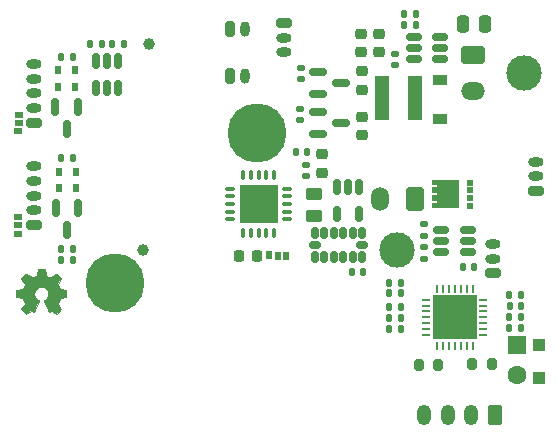
<source format=gbs>
%TF.GenerationSoftware,KiCad,Pcbnew,(6.0.6)*%
%TF.CreationDate,2022-08-08T15:32:18+08:00*%
%TF.ProjectId,Stealthburner_Toolhead_PCB,53746561-6c74-4686-9275-726e65725f54,rev?*%
%TF.SameCoordinates,Original*%
%TF.FileFunction,Soldermask,Bot*%
%TF.FilePolarity,Negative*%
%FSLAX46Y46*%
G04 Gerber Fmt 4.6, Leading zero omitted, Abs format (unit mm)*
G04 Created by KiCad (PCBNEW (6.0.6)) date 2022-08-08 15:32:18*
%MOMM*%
%LPD*%
G01*
G04 APERTURE LIST*
G04 Aperture macros list*
%AMRoundRect*
0 Rectangle with rounded corners*
0 $1 Rounding radius*
0 $2 $3 $4 $5 $6 $7 $8 $9 X,Y pos of 4 corners*
0 Add a 4 corners polygon primitive as box body*
4,1,4,$2,$3,$4,$5,$6,$7,$8,$9,$2,$3,0*
0 Add four circle primitives for the rounded corners*
1,1,$1+$1,$2,$3*
1,1,$1+$1,$4,$5*
1,1,$1+$1,$6,$7*
1,1,$1+$1,$8,$9*
0 Add four rect primitives between the rounded corners*
20,1,$1+$1,$2,$3,$4,$5,0*
20,1,$1+$1,$4,$5,$6,$7,0*
20,1,$1+$1,$6,$7,$8,$9,0*
20,1,$1+$1,$8,$9,$2,$3,0*%
%AMFreePoly0*
4,1,17,1.370000,0.720000,0.950000,0.720000,0.950000,0.580000,1.370000,0.580000,1.370000,0.080000,0.950000,0.080000,0.950000,-0.080000,1.370000,-0.080000,1.370000,-0.580000,0.950000,-0.580000,0.950000,-0.720000,1.371000,-0.720000,1.371000,-1.225000,-0.950000,-1.225000,-0.950000,1.225000,1.370000,1.225000,1.370000,0.720000,1.370000,0.720000,$1*%
G04 Aperture macros list end*
%ADD10C,0.024000*%
%ADD11RoundRect,0.200000X-0.200000X-0.450000X0.200000X-0.450000X0.200000X0.450000X-0.200000X0.450000X0*%
%ADD12O,0.800000X1.300000*%
%ADD13C,3.000000*%
%ADD14RoundRect,0.250001X0.499999X0.759999X-0.499999X0.759999X-0.499999X-0.759999X0.499999X-0.759999X0*%
%ADD15O,1.500000X2.020000*%
%ADD16RoundRect,0.200000X0.450000X-0.200000X0.450000X0.200000X-0.450000X0.200000X-0.450000X-0.200000X0*%
%ADD17O,1.300000X0.800000*%
%ADD18R,1.600000X1.600000*%
%ADD19C,1.600000*%
%ADD20C,1.000000*%
%ADD21C,5.000000*%
%ADD22RoundRect,0.200000X-0.450000X0.200000X-0.450000X-0.200000X0.450000X-0.200000X0.450000X0.200000X0*%
%ADD23RoundRect,0.250001X-0.759999X0.499999X-0.759999X-0.499999X0.759999X-0.499999X0.759999X0.499999X0*%
%ADD24O,2.020000X1.500000*%
%ADD25RoundRect,0.225000X0.250000X-0.225000X0.250000X0.225000X-0.250000X0.225000X-0.250000X-0.225000X0*%
%ADD26RoundRect,0.225000X-0.250000X0.225000X-0.250000X-0.225000X0.250000X-0.225000X0.250000X0.225000X0*%
%ADD27RoundRect,0.150000X-0.512500X-0.150000X0.512500X-0.150000X0.512500X0.150000X-0.512500X0.150000X0*%
%ADD28RoundRect,0.075000X0.337500X0.075000X-0.337500X0.075000X-0.337500X-0.075000X0.337500X-0.075000X0*%
%ADD29RoundRect,0.075000X0.075000X0.337500X-0.075000X0.337500X-0.075000X-0.337500X0.075000X-0.337500X0*%
%ADD30R,3.250000X3.250000*%
%ADD31RoundRect,0.135000X0.135000X0.185000X-0.135000X0.185000X-0.135000X-0.185000X0.135000X-0.185000X0*%
%ADD32RoundRect,0.135000X-0.135000X-0.185000X0.135000X-0.185000X0.135000X0.185000X-0.135000X0.185000X0*%
%ADD33RoundRect,0.140000X0.140000X0.170000X-0.140000X0.170000X-0.140000X-0.170000X0.140000X-0.170000X0*%
%ADD34RoundRect,0.150000X-0.150000X0.587500X-0.150000X-0.587500X0.150000X-0.587500X0.150000X0.587500X0*%
%ADD35RoundRect,0.150000X-0.587500X-0.150000X0.587500X-0.150000X0.587500X0.150000X-0.587500X0.150000X0*%
%ADD36RoundRect,0.140000X0.170000X-0.140000X0.170000X0.140000X-0.170000X0.140000X-0.170000X-0.140000X0*%
%ADD37RoundRect,0.140000X-0.140000X-0.170000X0.140000X-0.170000X0.140000X0.170000X-0.140000X0.170000X0*%
%ADD38R,0.630000X0.500000*%
%ADD39FreePoly0,180.000000*%
%ADD40R,0.600000X0.700000*%
%ADD41RoundRect,0.250000X-0.450000X0.262500X-0.450000X-0.262500X0.450000X-0.262500X0.450000X0.262500X0*%
%ADD42RoundRect,0.200000X-0.200000X-0.275000X0.200000X-0.275000X0.200000X0.275000X-0.200000X0.275000X0*%
%ADD43RoundRect,0.200000X0.200000X0.275000X-0.200000X0.275000X-0.200000X-0.275000X0.200000X-0.275000X0*%
%ADD44RoundRect,0.150000X-0.150000X0.512500X-0.150000X-0.512500X0.150000X-0.512500X0.150000X0.512500X0*%
%ADD45R,1.200000X0.900000*%
%ADD46R,1.200000X3.700000*%
%ADD47RoundRect,0.140000X-0.170000X0.140000X-0.170000X-0.140000X0.170000X-0.140000X0.170000X0.140000X0*%
%ADD48R,0.800000X0.500000*%
%ADD49R,0.762000X0.254000*%
%ADD50R,0.254000X0.762000*%
%ADD51R,3.800000X3.800000*%
%ADD52RoundRect,0.150000X0.150000X-0.325000X0.150000X0.325000X-0.150000X0.325000X-0.150000X-0.325000X0*%
%ADD53RoundRect,0.150000X0.325000X-0.150000X0.325000X0.150000X-0.325000X0.150000X-0.325000X-0.150000X0*%
%ADD54R,0.500000X0.800000*%
%ADD55RoundRect,0.218750X-0.256250X0.218750X-0.256250X-0.218750X0.256250X-0.218750X0.256250X0.218750X0*%
%ADD56RoundRect,0.250000X-0.250000X-0.475000X0.250000X-0.475000X0.250000X0.475000X-0.250000X0.475000X0*%
%ADD57RoundRect,0.135000X-0.185000X0.135000X-0.185000X-0.135000X0.185000X-0.135000X0.185000X0.135000X0*%
%ADD58RoundRect,0.250000X0.350000X0.625000X-0.350000X0.625000X-0.350000X-0.625000X0.350000X-0.625000X0*%
%ADD59O,1.200000X1.750000*%
%ADD60RoundRect,0.225000X0.225000X0.250000X-0.225000X0.250000X-0.225000X-0.250000X0.225000X-0.250000X0*%
%ADD61R,1.100000X1.100000*%
%ADD62RoundRect,0.135000X0.185000X-0.135000X0.185000X0.135000X-0.185000X0.135000X-0.185000X-0.135000X0*%
G04 APERTURE END LIST*
D10*
G36*
X103590643Y-120141124D02*
G01*
X103591892Y-120141242D01*
X103593127Y-120141411D01*
X103594346Y-120141631D01*
X103595548Y-120141901D01*
X103596733Y-120142219D01*
X103597899Y-120142584D01*
X103599044Y-120142996D01*
X103600168Y-120143454D01*
X103601270Y-120143956D01*
X103602347Y-120144501D01*
X103603399Y-120145089D01*
X103604426Y-120145719D01*
X103605424Y-120146389D01*
X103606394Y-120147099D01*
X103607334Y-120147847D01*
X103608243Y-120148633D01*
X103609120Y-120149455D01*
X103609963Y-120150312D01*
X103610771Y-120151205D01*
X103611543Y-120152130D01*
X103612279Y-120153088D01*
X103612976Y-120154078D01*
X103613633Y-120155098D01*
X103614249Y-120156148D01*
X103614824Y-120157226D01*
X103615355Y-120158331D01*
X103615842Y-120159463D01*
X103616284Y-120160621D01*
X103616678Y-120161803D01*
X103617025Y-120163009D01*
X103617322Y-120164236D01*
X103717970Y-120702716D01*
X103718595Y-120705394D01*
X103719384Y-120708007D01*
X103720330Y-120710550D01*
X103721428Y-120713017D01*
X103722674Y-120715402D01*
X103724062Y-120717699D01*
X103725587Y-120719901D01*
X103727244Y-120722002D01*
X103729028Y-120723997D01*
X103730934Y-120725880D01*
X103732956Y-120727643D01*
X103735090Y-120729282D01*
X103737331Y-120730790D01*
X103739672Y-120732160D01*
X103742110Y-120733388D01*
X103744639Y-120734466D01*
X104107542Y-120882739D01*
X104110042Y-120883715D01*
X104112579Y-120884535D01*
X104115147Y-120885199D01*
X104117739Y-120885708D01*
X104120348Y-120886062D01*
X104122966Y-120886262D01*
X104125588Y-120886308D01*
X104128206Y-120886201D01*
X104130813Y-120885941D01*
X104133402Y-120885529D01*
X104135967Y-120884964D01*
X104138501Y-120884248D01*
X104140996Y-120883382D01*
X104143445Y-120882365D01*
X104145843Y-120881198D01*
X104148182Y-120879881D01*
X104596809Y-120568096D01*
X104597885Y-120567431D01*
X104598980Y-120566816D01*
X104600093Y-120566252D01*
X104601221Y-120565738D01*
X104602365Y-120565275D01*
X104603521Y-120564862D01*
X104604689Y-120564499D01*
X104605866Y-120564185D01*
X104607052Y-120563922D01*
X104608245Y-120563708D01*
X104610644Y-120563428D01*
X104613051Y-120563345D01*
X104615453Y-120563458D01*
X104617839Y-120563765D01*
X104620194Y-120564266D01*
X104622508Y-120564959D01*
X104623645Y-120565377D01*
X104624767Y-120565843D01*
X104625872Y-120566357D01*
X104626959Y-120566918D01*
X104628025Y-120567526D01*
X104629070Y-120568181D01*
X104630092Y-120568884D01*
X104631090Y-120569633D01*
X104632061Y-120570429D01*
X104633004Y-120571271D01*
X105014005Y-120952271D01*
X105014852Y-120953198D01*
X105015653Y-120954153D01*
X105017117Y-120956141D01*
X105018394Y-120958224D01*
X105019484Y-120960387D01*
X105020385Y-120962620D01*
X105021097Y-120964909D01*
X105021617Y-120967243D01*
X105021945Y-120969607D01*
X105022079Y-120971990D01*
X105022019Y-120974380D01*
X105021762Y-120976764D01*
X105021309Y-120979128D01*
X105020656Y-120981462D01*
X105019805Y-120983751D01*
X105018752Y-120985984D01*
X105018150Y-120987076D01*
X105017497Y-120988149D01*
X104713332Y-121432649D01*
X104712008Y-121434968D01*
X104710837Y-121437347D01*
X104709819Y-121439780D01*
X104708956Y-121442260D01*
X104708248Y-121444778D01*
X104707694Y-121447328D01*
X104707297Y-121449903D01*
X104707055Y-121452495D01*
X104706970Y-121455096D01*
X104707041Y-121457700D01*
X104707270Y-121460300D01*
X104707657Y-121462887D01*
X104708202Y-121465456D01*
X104708906Y-121467997D01*
X104709769Y-121470505D01*
X104710792Y-121472971D01*
X104869542Y-121846351D01*
X104870661Y-121848849D01*
X104871921Y-121851258D01*
X104873318Y-121853574D01*
X104874845Y-121855791D01*
X104876496Y-121857906D01*
X104878267Y-121859912D01*
X104880151Y-121861807D01*
X104882143Y-121863584D01*
X104884237Y-121865239D01*
X104886428Y-121866768D01*
X104888711Y-121868166D01*
X104891078Y-121869428D01*
X104893526Y-121870549D01*
X104896048Y-121871525D01*
X104898638Y-121872350D01*
X104901292Y-121873021D01*
X105423262Y-121969859D01*
X105423897Y-121969859D01*
X105425119Y-121970165D01*
X105426319Y-121970520D01*
X105427495Y-121970921D01*
X105428647Y-121971369D01*
X105429774Y-121971862D01*
X105430875Y-121972398D01*
X105432993Y-121973596D01*
X105434995Y-121974955D01*
X105436872Y-121976465D01*
X105438617Y-121978116D01*
X105440222Y-121979900D01*
X105441678Y-121981806D01*
X105442979Y-121983826D01*
X105444116Y-121985950D01*
X105445082Y-121988168D01*
X105445868Y-121990472D01*
X105446192Y-121991652D01*
X105446467Y-121992851D01*
X105446695Y-121994066D01*
X105446872Y-121995296D01*
X105446999Y-121996541D01*
X105447074Y-121997799D01*
X105447073Y-122533104D01*
X105447008Y-122534365D01*
X105446890Y-122535614D01*
X105446721Y-122536849D01*
X105446501Y-122538068D01*
X105446232Y-122539270D01*
X105445914Y-122540455D01*
X105445548Y-122541621D01*
X105445136Y-122542766D01*
X105444679Y-122543890D01*
X105444177Y-122544992D01*
X105443631Y-122546069D01*
X105443043Y-122547121D01*
X105442413Y-122548148D01*
X105441743Y-122549146D01*
X105441034Y-122550116D01*
X105440286Y-122551056D01*
X105439500Y-122551965D01*
X105438678Y-122552842D01*
X105437820Y-122553685D01*
X105436928Y-122554493D01*
X105436002Y-122555265D01*
X105435044Y-122556001D01*
X105434055Y-122556698D01*
X105433035Y-122557355D01*
X105431985Y-122557971D01*
X105430907Y-122558546D01*
X105429801Y-122559077D01*
X105428669Y-122559564D01*
X105427512Y-122560005D01*
X105426330Y-122560400D01*
X105425125Y-122560746D01*
X105423897Y-122561044D01*
X104915897Y-122656293D01*
X104913221Y-122656959D01*
X104910611Y-122657785D01*
X104908071Y-122658765D01*
X104905608Y-122659894D01*
X104903226Y-122661167D01*
X104900934Y-122662580D01*
X104898735Y-122664127D01*
X104896636Y-122665804D01*
X104894643Y-122667605D01*
X104892762Y-122669526D01*
X104890998Y-122671561D01*
X104889358Y-122673706D01*
X104887846Y-122675955D01*
X104886470Y-122678304D01*
X104885235Y-122680748D01*
X104884147Y-122683281D01*
X104725397Y-123080156D01*
X104724421Y-123082656D01*
X104723601Y-123085193D01*
X104722936Y-123087761D01*
X104722427Y-123090353D01*
X104722073Y-123092962D01*
X104721873Y-123095581D01*
X104721827Y-123098202D01*
X104721935Y-123100820D01*
X104722195Y-123103427D01*
X104722607Y-123106016D01*
X104723172Y-123108581D01*
X104723887Y-123111115D01*
X104724754Y-123113610D01*
X104725771Y-123116060D01*
X104726938Y-123118457D01*
X104728254Y-123120796D01*
X105017497Y-123542119D01*
X105018154Y-123543201D01*
X105018761Y-123544302D01*
X105019316Y-123545420D01*
X105019821Y-123546554D01*
X105020275Y-123547702D01*
X105020679Y-123548863D01*
X105021033Y-123550035D01*
X105021337Y-123551216D01*
X105021591Y-123552405D01*
X105021795Y-123553600D01*
X105022054Y-123556004D01*
X105022117Y-123558414D01*
X105021983Y-123560817D01*
X105021655Y-123563202D01*
X105021133Y-123565556D01*
X105020418Y-123567865D01*
X105019989Y-123569000D01*
X105019513Y-123570118D01*
X105018989Y-123571220D01*
X105018418Y-123572302D01*
X105017799Y-123573364D01*
X105017133Y-123574405D01*
X105016421Y-123575421D01*
X105015662Y-123576413D01*
X105014856Y-123577377D01*
X105014004Y-123578314D01*
X104633004Y-123959314D01*
X104632068Y-123960166D01*
X104631103Y-123960971D01*
X104629095Y-123962443D01*
X104626993Y-123963727D01*
X104624809Y-123964822D01*
X104622556Y-123965728D01*
X104620246Y-123966442D01*
X104617893Y-123966964D01*
X104615508Y-123967292D01*
X104613104Y-123967426D01*
X104610695Y-123967364D01*
X104608291Y-123967104D01*
X104605907Y-123966646D01*
X104603554Y-123965989D01*
X104601245Y-123965130D01*
X104598992Y-123964070D01*
X104597891Y-123963463D01*
X104596809Y-123962806D01*
X104184059Y-123677056D01*
X104181715Y-123675854D01*
X104179316Y-123674813D01*
X104176870Y-123673931D01*
X104174386Y-123673210D01*
X104171870Y-123672649D01*
X104169332Y-123672249D01*
X104166778Y-123672008D01*
X104164215Y-123671928D01*
X104161653Y-123672008D01*
X104159099Y-123672249D01*
X104156561Y-123672649D01*
X104154045Y-123673210D01*
X104151561Y-123673931D01*
X104149115Y-123674813D01*
X104146716Y-123675854D01*
X104144372Y-123677056D01*
X103961809Y-123774529D01*
X103960790Y-123775041D01*
X103959749Y-123775497D01*
X103958691Y-123775896D01*
X103957617Y-123776238D01*
X103956529Y-123776523D01*
X103955430Y-123776751D01*
X103954322Y-123776920D01*
X103953208Y-123777032D01*
X103952089Y-123777087D01*
X103950969Y-123777083D01*
X103949848Y-123777020D01*
X103948730Y-123776900D01*
X103947617Y-123776720D01*
X103946512Y-123776482D01*
X103945415Y-123776185D01*
X103944331Y-123775829D01*
X103943267Y-123775417D01*
X103942231Y-123774951D01*
X103941225Y-123774433D01*
X103940251Y-123773865D01*
X103939311Y-123773249D01*
X103938405Y-123772586D01*
X103937537Y-123771878D01*
X103936706Y-123771127D01*
X103935916Y-123770333D01*
X103935167Y-123769499D01*
X103934462Y-123768626D01*
X103933802Y-123767715D01*
X103933189Y-123766770D01*
X103932624Y-123765790D01*
X103932110Y-123764777D01*
X103931647Y-123763734D01*
X103554457Y-122854096D01*
X103554054Y-122852917D01*
X103553704Y-122851731D01*
X103553407Y-122850538D01*
X103553162Y-122849342D01*
X103552969Y-122848142D01*
X103552828Y-122846941D01*
X103552737Y-122845741D01*
X103552697Y-122844542D01*
X103552706Y-122843346D01*
X103552765Y-122842154D01*
X103552873Y-122840969D01*
X103553030Y-122839791D01*
X103553234Y-122838622D01*
X103553485Y-122837464D01*
X103553784Y-122836318D01*
X103554129Y-122835185D01*
X103554520Y-122834068D01*
X103554956Y-122832967D01*
X103555438Y-122831884D01*
X103555964Y-122830820D01*
X103556534Y-122829778D01*
X103557147Y-122828758D01*
X103557804Y-122827762D01*
X103558503Y-122826791D01*
X103559244Y-122825848D01*
X103560027Y-122824933D01*
X103560851Y-122824048D01*
X103561715Y-122823194D01*
X103562620Y-122822373D01*
X103563564Y-122821587D01*
X103564547Y-122820837D01*
X103565569Y-122820124D01*
X103611289Y-122792184D01*
X103615104Y-122789679D01*
X103618863Y-122787094D01*
X103622565Y-122784430D01*
X103626210Y-122781688D01*
X103629795Y-122778869D01*
X103633319Y-122775974D01*
X103636782Y-122773003D01*
X103640182Y-122769959D01*
X103680480Y-122741848D01*
X103717876Y-122710912D01*
X103752286Y-122677368D01*
X103783629Y-122641433D01*
X103811825Y-122603324D01*
X103836790Y-122563258D01*
X103858445Y-122521453D01*
X103876706Y-122478125D01*
X103891493Y-122433492D01*
X103902724Y-122387770D01*
X103910317Y-122341177D01*
X103914192Y-122293931D01*
X103914265Y-122246247D01*
X103910456Y-122198343D01*
X103902683Y-122150437D01*
X103890864Y-122102745D01*
X103883470Y-122079223D01*
X103875171Y-122056184D01*
X103855953Y-122011618D01*
X103833394Y-121969187D01*
X103807681Y-121929030D01*
X103778999Y-121891286D01*
X103747533Y-121856094D01*
X103713470Y-121823594D01*
X103676995Y-121793923D01*
X103638292Y-121767222D01*
X103597549Y-121743630D01*
X103554950Y-121723286D01*
X103510682Y-121706329D01*
X103464928Y-121692897D01*
X103417876Y-121683131D01*
X103369711Y-121677170D01*
X103345269Y-121675659D01*
X103320618Y-121675152D01*
X103295967Y-121675659D01*
X103271525Y-121677170D01*
X103247315Y-121679666D01*
X103223360Y-121683131D01*
X103199683Y-121687548D01*
X103176308Y-121692897D01*
X103153257Y-121699164D01*
X103130555Y-121706329D01*
X103108223Y-121714375D01*
X103086286Y-121723286D01*
X103064766Y-121733044D01*
X103043687Y-121743630D01*
X103023072Y-121755029D01*
X103002944Y-121767222D01*
X102983326Y-121780193D01*
X102964242Y-121793923D01*
X102945714Y-121808396D01*
X102927766Y-121823594D01*
X102910421Y-121839499D01*
X102893703Y-121856094D01*
X102877634Y-121873363D01*
X102862237Y-121891286D01*
X102847537Y-121909848D01*
X102833555Y-121929030D01*
X102820316Y-121948816D01*
X102807842Y-121969187D01*
X102796157Y-121990127D01*
X102785283Y-122011618D01*
X102775245Y-122033643D01*
X102766065Y-122056184D01*
X102757766Y-122079223D01*
X102750372Y-122102745D01*
X102743952Y-122126550D01*
X102738553Y-122150437D01*
X102734166Y-122174377D01*
X102730780Y-122198343D01*
X102728385Y-122222309D01*
X102726971Y-122246247D01*
X102726528Y-122270130D01*
X102727044Y-122293931D01*
X102728512Y-122317622D01*
X102730919Y-122341177D01*
X102734255Y-122364569D01*
X102738512Y-122387770D01*
X102743678Y-122410754D01*
X102749743Y-122433492D01*
X102756697Y-122455958D01*
X102764530Y-122478125D01*
X102773231Y-122499966D01*
X102782791Y-122521453D01*
X102793199Y-122542560D01*
X102804446Y-122563258D01*
X102816520Y-122583522D01*
X102829411Y-122603324D01*
X102843110Y-122622637D01*
X102857607Y-122641433D01*
X102872890Y-122659686D01*
X102888950Y-122677368D01*
X102905777Y-122694453D01*
X102923361Y-122710912D01*
X102941690Y-122726720D01*
X102960756Y-122741848D01*
X102980547Y-122756270D01*
X103001055Y-122769959D01*
X103004454Y-122773003D01*
X103007917Y-122775974D01*
X103011442Y-122778869D01*
X103015027Y-122781688D01*
X103018671Y-122784430D01*
X103022373Y-122787094D01*
X103026132Y-122789679D01*
X103029947Y-122792184D01*
X103075667Y-122820124D01*
X103076696Y-122820832D01*
X103077686Y-122821578D01*
X103078635Y-122822361D01*
X103079544Y-122823180D01*
X103081238Y-122824918D01*
X103082763Y-122826777D01*
X103084115Y-122828748D01*
X103085291Y-122830815D01*
X103086286Y-122832968D01*
X103087097Y-122835193D01*
X103087719Y-122837478D01*
X103088149Y-122839811D01*
X103088383Y-122842178D01*
X103088415Y-122844567D01*
X103088244Y-122846966D01*
X103087864Y-122849363D01*
X103087594Y-122850556D01*
X103087271Y-122851743D01*
X103086894Y-122852924D01*
X103086462Y-122854096D01*
X102710542Y-123765639D01*
X102710089Y-123766767D01*
X102709576Y-123767862D01*
X102709005Y-123768922D01*
X102708379Y-123769945D01*
X102707698Y-123770928D01*
X102706967Y-123771870D01*
X102706185Y-123772769D01*
X102705355Y-123773623D01*
X102704480Y-123774430D01*
X102703561Y-123775188D01*
X102702600Y-123775895D01*
X102701600Y-123776550D01*
X102700561Y-123777149D01*
X102699487Y-123777692D01*
X102698379Y-123778176D01*
X102697239Y-123778600D01*
X102696077Y-123778959D01*
X102694903Y-123779251D01*
X102693720Y-123779475D01*
X102692532Y-123779633D01*
X102691340Y-123779724D01*
X102690147Y-123779749D01*
X102688956Y-123779708D01*
X102687770Y-123779602D01*
X102686592Y-123779431D01*
X102685425Y-123779194D01*
X102684270Y-123778894D01*
X102683132Y-123778529D01*
X102682012Y-123778100D01*
X102680913Y-123777608D01*
X102679839Y-123777052D01*
X102678792Y-123776434D01*
X102496230Y-123678961D01*
X102493885Y-123677759D01*
X102491486Y-123676717D01*
X102489040Y-123675836D01*
X102486556Y-123675115D01*
X102484041Y-123674554D01*
X102481502Y-123674153D01*
X102478948Y-123673913D01*
X102476386Y-123673833D01*
X102473824Y-123673913D01*
X102471269Y-123674153D01*
X102468731Y-123674554D01*
X102466215Y-123675115D01*
X102463731Y-123675836D01*
X102461285Y-123676717D01*
X102458887Y-123677759D01*
X102456542Y-123678961D01*
X102043792Y-123964711D01*
X102042710Y-123965368D01*
X102041609Y-123965975D01*
X102040491Y-123966530D01*
X102039357Y-123967035D01*
X102038208Y-123967490D01*
X102037048Y-123967894D01*
X102035876Y-123968247D01*
X102034695Y-123968551D01*
X102033506Y-123968805D01*
X102032310Y-123969009D01*
X102029907Y-123969269D01*
X102027497Y-123969331D01*
X102025093Y-123969197D01*
X102022708Y-123968869D01*
X102020355Y-123968347D01*
X102018045Y-123967633D01*
X102016911Y-123967204D01*
X102015792Y-123966727D01*
X102014691Y-123966203D01*
X102013608Y-123965632D01*
X102012546Y-123965013D01*
X102011506Y-123964348D01*
X102010490Y-123963636D01*
X102009498Y-123962876D01*
X102008533Y-123962071D01*
X102007597Y-123961219D01*
X101626597Y-123580218D01*
X101625081Y-123578257D01*
X101623737Y-123576206D01*
X101622565Y-123574077D01*
X101621566Y-123571879D01*
X101620741Y-123569625D01*
X101620091Y-123567323D01*
X101619617Y-123564985D01*
X101619320Y-123562620D01*
X101619201Y-123560240D01*
X101619261Y-123557855D01*
X101619500Y-123555475D01*
X101619919Y-123553111D01*
X101620521Y-123550774D01*
X101621304Y-123548473D01*
X101622271Y-123546219D01*
X101623422Y-123544024D01*
X101912664Y-123122701D01*
X101913981Y-123120363D01*
X101915148Y-123117965D01*
X101916165Y-123115515D01*
X101917031Y-123113020D01*
X101917747Y-123110487D01*
X101918312Y-123107922D01*
X101918724Y-123105332D01*
X101918984Y-123102725D01*
X101919091Y-123100107D01*
X101919045Y-123097486D01*
X101918845Y-123094867D01*
X101918491Y-123092258D01*
X101917982Y-123089667D01*
X101917318Y-123087099D01*
X101916498Y-123084561D01*
X101915522Y-123082061D01*
X101756772Y-122685187D01*
X101755754Y-122682718D01*
X101754595Y-122680331D01*
X101753301Y-122678031D01*
X101751878Y-122675823D01*
X101750330Y-122673711D01*
X101748663Y-122671700D01*
X101746883Y-122669795D01*
X101744994Y-122668001D01*
X101743001Y-122666323D01*
X101740911Y-122664764D01*
X101738728Y-122663330D01*
X101736458Y-122662026D01*
X101734106Y-122660856D01*
X101731677Y-122659825D01*
X101729176Y-122658938D01*
X101726609Y-122658199D01*
X101218610Y-122562949D01*
X101217382Y-122562651D01*
X101216176Y-122562305D01*
X101214994Y-122561910D01*
X101213837Y-122561469D01*
X101212704Y-122560982D01*
X101211599Y-122560451D01*
X101210521Y-122559876D01*
X101209471Y-122559260D01*
X101207461Y-122557906D01*
X101205578Y-122556398D01*
X101203828Y-122554747D01*
X101202220Y-122552961D01*
X101200762Y-122551051D01*
X101199462Y-122549026D01*
X101198329Y-122546897D01*
X101197369Y-122544671D01*
X101196957Y-122543526D01*
X101196592Y-122542360D01*
X101196274Y-122541176D01*
X101196004Y-122539973D01*
X101195784Y-122538754D01*
X101195615Y-122537519D01*
X101195497Y-122536271D01*
X101195432Y-122535009D01*
X101195432Y-121997799D01*
X101195507Y-121996541D01*
X101195634Y-121995296D01*
X101195811Y-121994066D01*
X101196038Y-121992851D01*
X101196314Y-121991652D01*
X101196638Y-121990472D01*
X101197008Y-121989310D01*
X101197424Y-121988168D01*
X101197885Y-121987048D01*
X101198390Y-121985950D01*
X101198938Y-121984876D01*
X101199527Y-121983826D01*
X101200157Y-121982803D01*
X101200828Y-121981806D01*
X101201537Y-121980838D01*
X101202284Y-121979900D01*
X101203069Y-121978992D01*
X101203889Y-121978116D01*
X101204744Y-121977273D01*
X101205634Y-121976465D01*
X101206556Y-121975691D01*
X101207511Y-121974955D01*
X101208497Y-121974256D01*
X101209513Y-121973596D01*
X101210558Y-121972976D01*
X101211631Y-121972398D01*
X101212732Y-121971861D01*
X101213859Y-121971369D01*
X101215011Y-121970921D01*
X101216187Y-121970520D01*
X101217387Y-121970165D01*
X101218609Y-121969859D01*
X101740897Y-121874609D01*
X101743551Y-121873938D01*
X101746141Y-121873112D01*
X101748663Y-121872136D01*
X101751111Y-121871015D01*
X101753478Y-121869753D01*
X101755760Y-121868356D01*
X101757952Y-121866827D01*
X101760046Y-121865171D01*
X101762038Y-121863394D01*
X101763922Y-121861500D01*
X101765693Y-121859493D01*
X101767344Y-121857379D01*
X101768871Y-121855162D01*
X101770268Y-121852846D01*
X101771528Y-121850437D01*
X101772647Y-121847939D01*
X101931397Y-121474559D01*
X101932308Y-121472091D01*
X101933063Y-121469589D01*
X101933663Y-121467060D01*
X101934107Y-121464510D01*
X101934397Y-121461947D01*
X101934533Y-121459378D01*
X101934516Y-121456810D01*
X101934347Y-121454249D01*
X101934026Y-121451703D01*
X101933554Y-121449178D01*
X101932931Y-121446682D01*
X101932159Y-121444221D01*
X101931238Y-121441803D01*
X101930169Y-121439434D01*
X101928951Y-121437121D01*
X101927587Y-121434871D01*
X101623422Y-120990372D01*
X101622769Y-120989299D01*
X101622167Y-120988207D01*
X101621616Y-120987098D01*
X101621114Y-120985974D01*
X101620663Y-120984835D01*
X101620263Y-120983684D01*
X101619912Y-120982522D01*
X101619610Y-120981351D01*
X101619359Y-120980172D01*
X101619157Y-120978986D01*
X101619004Y-120977796D01*
X101618900Y-120976603D01*
X101618840Y-120974213D01*
X101618974Y-120971830D01*
X101619302Y-120969465D01*
X101619822Y-120967132D01*
X101620154Y-120965981D01*
X101620533Y-120964843D01*
X101620960Y-120963719D01*
X101621435Y-120962610D01*
X101621956Y-120961519D01*
X101622525Y-120960446D01*
X101623140Y-120959394D01*
X101623802Y-120958364D01*
X101624511Y-120957357D01*
X101625266Y-120956376D01*
X101626067Y-120955421D01*
X101626914Y-120954494D01*
X102007914Y-120573494D01*
X102008858Y-120572651D01*
X102009829Y-120571856D01*
X102011848Y-120570404D01*
X102013960Y-120569140D01*
X102016152Y-120568066D01*
X102018411Y-120567181D01*
X102020725Y-120566488D01*
X102023080Y-120565988D01*
X102025466Y-120565680D01*
X102027868Y-120565568D01*
X102030275Y-120565650D01*
X102032674Y-120565930D01*
X102035053Y-120566408D01*
X102037398Y-120567084D01*
X102039698Y-120567961D01*
X102041939Y-120569039D01*
X102043034Y-120569654D01*
X102044109Y-120570319D01*
X102494959Y-120879881D01*
X102497298Y-120881198D01*
X102499696Y-120882365D01*
X102502146Y-120883382D01*
X102504641Y-120884248D01*
X102507174Y-120884964D01*
X102509739Y-120885529D01*
X102512329Y-120885941D01*
X102514936Y-120886201D01*
X102517553Y-120886308D01*
X102520175Y-120886262D01*
X102522794Y-120886062D01*
X102525402Y-120885708D01*
X102527994Y-120885199D01*
X102530562Y-120884535D01*
X102533099Y-120883715D01*
X102535599Y-120882739D01*
X102897232Y-120735736D01*
X102899761Y-120734658D01*
X102902199Y-120733430D01*
X102904541Y-120732060D01*
X102906781Y-120730552D01*
X102908915Y-120728913D01*
X102910938Y-120727150D01*
X102912843Y-120725267D01*
X102914627Y-120723272D01*
X102916285Y-120721171D01*
X102917810Y-120718969D01*
X102919198Y-120716672D01*
X102920443Y-120714287D01*
X102921542Y-120711820D01*
X102922488Y-120709277D01*
X102923276Y-120706664D01*
X102923902Y-120703986D01*
X103024549Y-120164237D01*
X103024843Y-120163019D01*
X103025186Y-120161823D01*
X103025576Y-120160650D01*
X103026012Y-120159501D01*
X103026492Y-120158377D01*
X103027017Y-120157279D01*
X103027584Y-120156208D01*
X103028193Y-120155165D01*
X103029530Y-120153166D01*
X103031018Y-120151291D01*
X103032649Y-120149547D01*
X103034412Y-120147942D01*
X103036299Y-120146484D01*
X103038299Y-120145181D01*
X103040405Y-120144041D01*
X103042605Y-120143072D01*
X103043738Y-120142653D01*
X103044892Y-120142281D01*
X103046064Y-120141955D01*
X103047255Y-120141677D01*
X103048462Y-120141447D01*
X103049684Y-120141267D01*
X103050922Y-120141137D01*
X103052172Y-120141059D01*
X103589382Y-120141059D01*
X103590643Y-120141124D01*
G37*
X103590643Y-120141124D02*
X103591892Y-120141242D01*
X103593127Y-120141411D01*
X103594346Y-120141631D01*
X103595548Y-120141901D01*
X103596733Y-120142219D01*
X103597899Y-120142584D01*
X103599044Y-120142996D01*
X103600168Y-120143454D01*
X103601270Y-120143956D01*
X103602347Y-120144501D01*
X103603399Y-120145089D01*
X103604426Y-120145719D01*
X103605424Y-120146389D01*
X103606394Y-120147099D01*
X103607334Y-120147847D01*
X103608243Y-120148633D01*
X103609120Y-120149455D01*
X103609963Y-120150312D01*
X103610771Y-120151205D01*
X103611543Y-120152130D01*
X103612279Y-120153088D01*
X103612976Y-120154078D01*
X103613633Y-120155098D01*
X103614249Y-120156148D01*
X103614824Y-120157226D01*
X103615355Y-120158331D01*
X103615842Y-120159463D01*
X103616284Y-120160621D01*
X103616678Y-120161803D01*
X103617025Y-120163009D01*
X103617322Y-120164236D01*
X103717970Y-120702716D01*
X103718595Y-120705394D01*
X103719384Y-120708007D01*
X103720330Y-120710550D01*
X103721428Y-120713017D01*
X103722674Y-120715402D01*
X103724062Y-120717699D01*
X103725587Y-120719901D01*
X103727244Y-120722002D01*
X103729028Y-120723997D01*
X103730934Y-120725880D01*
X103732956Y-120727643D01*
X103735090Y-120729282D01*
X103737331Y-120730790D01*
X103739672Y-120732160D01*
X103742110Y-120733388D01*
X103744639Y-120734466D01*
X104107542Y-120882739D01*
X104110042Y-120883715D01*
X104112579Y-120884535D01*
X104115147Y-120885199D01*
X104117739Y-120885708D01*
X104120348Y-120886062D01*
X104122966Y-120886262D01*
X104125588Y-120886308D01*
X104128206Y-120886201D01*
X104130813Y-120885941D01*
X104133402Y-120885529D01*
X104135967Y-120884964D01*
X104138501Y-120884248D01*
X104140996Y-120883382D01*
X104143445Y-120882365D01*
X104145843Y-120881198D01*
X104148182Y-120879881D01*
X104596809Y-120568096D01*
X104597885Y-120567431D01*
X104598980Y-120566816D01*
X104600093Y-120566252D01*
X104601221Y-120565738D01*
X104602365Y-120565275D01*
X104603521Y-120564862D01*
X104604689Y-120564499D01*
X104605866Y-120564185D01*
X104607052Y-120563922D01*
X104608245Y-120563708D01*
X104610644Y-120563428D01*
X104613051Y-120563345D01*
X104615453Y-120563458D01*
X104617839Y-120563765D01*
X104620194Y-120564266D01*
X104622508Y-120564959D01*
X104623645Y-120565377D01*
X104624767Y-120565843D01*
X104625872Y-120566357D01*
X104626959Y-120566918D01*
X104628025Y-120567526D01*
X104629070Y-120568181D01*
X104630092Y-120568884D01*
X104631090Y-120569633D01*
X104632061Y-120570429D01*
X104633004Y-120571271D01*
X105014005Y-120952271D01*
X105014852Y-120953198D01*
X105015653Y-120954153D01*
X105017117Y-120956141D01*
X105018394Y-120958224D01*
X105019484Y-120960387D01*
X105020385Y-120962620D01*
X105021097Y-120964909D01*
X105021617Y-120967243D01*
X105021945Y-120969607D01*
X105022079Y-120971990D01*
X105022019Y-120974380D01*
X105021762Y-120976764D01*
X105021309Y-120979128D01*
X105020656Y-120981462D01*
X105019805Y-120983751D01*
X105018752Y-120985984D01*
X105018150Y-120987076D01*
X105017497Y-120988149D01*
X104713332Y-121432649D01*
X104712008Y-121434968D01*
X104710837Y-121437347D01*
X104709819Y-121439780D01*
X104708956Y-121442260D01*
X104708248Y-121444778D01*
X104707694Y-121447328D01*
X104707297Y-121449903D01*
X104707055Y-121452495D01*
X104706970Y-121455096D01*
X104707041Y-121457700D01*
X104707270Y-121460300D01*
X104707657Y-121462887D01*
X104708202Y-121465456D01*
X104708906Y-121467997D01*
X104709769Y-121470505D01*
X104710792Y-121472971D01*
X104869542Y-121846351D01*
X104870661Y-121848849D01*
X104871921Y-121851258D01*
X104873318Y-121853574D01*
X104874845Y-121855791D01*
X104876496Y-121857906D01*
X104878267Y-121859912D01*
X104880151Y-121861807D01*
X104882143Y-121863584D01*
X104884237Y-121865239D01*
X104886428Y-121866768D01*
X104888711Y-121868166D01*
X104891078Y-121869428D01*
X104893526Y-121870549D01*
X104896048Y-121871525D01*
X104898638Y-121872350D01*
X104901292Y-121873021D01*
X105423262Y-121969859D01*
X105423897Y-121969859D01*
X105425119Y-121970165D01*
X105426319Y-121970520D01*
X105427495Y-121970921D01*
X105428647Y-121971369D01*
X105429774Y-121971862D01*
X105430875Y-121972398D01*
X105432993Y-121973596D01*
X105434995Y-121974955D01*
X105436872Y-121976465D01*
X105438617Y-121978116D01*
X105440222Y-121979900D01*
X105441678Y-121981806D01*
X105442979Y-121983826D01*
X105444116Y-121985950D01*
X105445082Y-121988168D01*
X105445868Y-121990472D01*
X105446192Y-121991652D01*
X105446467Y-121992851D01*
X105446695Y-121994066D01*
X105446872Y-121995296D01*
X105446999Y-121996541D01*
X105447074Y-121997799D01*
X105447073Y-122533104D01*
X105447008Y-122534365D01*
X105446890Y-122535614D01*
X105446721Y-122536849D01*
X105446501Y-122538068D01*
X105446232Y-122539270D01*
X105445914Y-122540455D01*
X105445548Y-122541621D01*
X105445136Y-122542766D01*
X105444679Y-122543890D01*
X105444177Y-122544992D01*
X105443631Y-122546069D01*
X105443043Y-122547121D01*
X105442413Y-122548148D01*
X105441743Y-122549146D01*
X105441034Y-122550116D01*
X105440286Y-122551056D01*
X105439500Y-122551965D01*
X105438678Y-122552842D01*
X105437820Y-122553685D01*
X105436928Y-122554493D01*
X105436002Y-122555265D01*
X105435044Y-122556001D01*
X105434055Y-122556698D01*
X105433035Y-122557355D01*
X105431985Y-122557971D01*
X105430907Y-122558546D01*
X105429801Y-122559077D01*
X105428669Y-122559564D01*
X105427512Y-122560005D01*
X105426330Y-122560400D01*
X105425125Y-122560746D01*
X105423897Y-122561044D01*
X104915897Y-122656293D01*
X104913221Y-122656959D01*
X104910611Y-122657785D01*
X104908071Y-122658765D01*
X104905608Y-122659894D01*
X104903226Y-122661167D01*
X104900934Y-122662580D01*
X104898735Y-122664127D01*
X104896636Y-122665804D01*
X104894643Y-122667605D01*
X104892762Y-122669526D01*
X104890998Y-122671561D01*
X104889358Y-122673706D01*
X104887846Y-122675955D01*
X104886470Y-122678304D01*
X104885235Y-122680748D01*
X104884147Y-122683281D01*
X104725397Y-123080156D01*
X104724421Y-123082656D01*
X104723601Y-123085193D01*
X104722936Y-123087761D01*
X104722427Y-123090353D01*
X104722073Y-123092962D01*
X104721873Y-123095581D01*
X104721827Y-123098202D01*
X104721935Y-123100820D01*
X104722195Y-123103427D01*
X104722607Y-123106016D01*
X104723172Y-123108581D01*
X104723887Y-123111115D01*
X104724754Y-123113610D01*
X104725771Y-123116060D01*
X104726938Y-123118457D01*
X104728254Y-123120796D01*
X105017497Y-123542119D01*
X105018154Y-123543201D01*
X105018761Y-123544302D01*
X105019316Y-123545420D01*
X105019821Y-123546554D01*
X105020275Y-123547702D01*
X105020679Y-123548863D01*
X105021033Y-123550035D01*
X105021337Y-123551216D01*
X105021591Y-123552405D01*
X105021795Y-123553600D01*
X105022054Y-123556004D01*
X105022117Y-123558414D01*
X105021983Y-123560817D01*
X105021655Y-123563202D01*
X105021133Y-123565556D01*
X105020418Y-123567865D01*
X105019989Y-123569000D01*
X105019513Y-123570118D01*
X105018989Y-123571220D01*
X105018418Y-123572302D01*
X105017799Y-123573364D01*
X105017133Y-123574405D01*
X105016421Y-123575421D01*
X105015662Y-123576413D01*
X105014856Y-123577377D01*
X105014004Y-123578314D01*
X104633004Y-123959314D01*
X104632068Y-123960166D01*
X104631103Y-123960971D01*
X104629095Y-123962443D01*
X104626993Y-123963727D01*
X104624809Y-123964822D01*
X104622556Y-123965728D01*
X104620246Y-123966442D01*
X104617893Y-123966964D01*
X104615508Y-123967292D01*
X104613104Y-123967426D01*
X104610695Y-123967364D01*
X104608291Y-123967104D01*
X104605907Y-123966646D01*
X104603554Y-123965989D01*
X104601245Y-123965130D01*
X104598992Y-123964070D01*
X104597891Y-123963463D01*
X104596809Y-123962806D01*
X104184059Y-123677056D01*
X104181715Y-123675854D01*
X104179316Y-123674813D01*
X104176870Y-123673931D01*
X104174386Y-123673210D01*
X104171870Y-123672649D01*
X104169332Y-123672249D01*
X104166778Y-123672008D01*
X104164215Y-123671928D01*
X104161653Y-123672008D01*
X104159099Y-123672249D01*
X104156561Y-123672649D01*
X104154045Y-123673210D01*
X104151561Y-123673931D01*
X104149115Y-123674813D01*
X104146716Y-123675854D01*
X104144372Y-123677056D01*
X103961809Y-123774529D01*
X103960790Y-123775041D01*
X103959749Y-123775497D01*
X103958691Y-123775896D01*
X103957617Y-123776238D01*
X103956529Y-123776523D01*
X103955430Y-123776751D01*
X103954322Y-123776920D01*
X103953208Y-123777032D01*
X103952089Y-123777087D01*
X103950969Y-123777083D01*
X103949848Y-123777020D01*
X103948730Y-123776900D01*
X103947617Y-123776720D01*
X103946512Y-123776482D01*
X103945415Y-123776185D01*
X103944331Y-123775829D01*
X103943267Y-123775417D01*
X103942231Y-123774951D01*
X103941225Y-123774433D01*
X103940251Y-123773865D01*
X103939311Y-123773249D01*
X103938405Y-123772586D01*
X103937537Y-123771878D01*
X103936706Y-123771127D01*
X103935916Y-123770333D01*
X103935167Y-123769499D01*
X103934462Y-123768626D01*
X103933802Y-123767715D01*
X103933189Y-123766770D01*
X103932624Y-123765790D01*
X103932110Y-123764777D01*
X103931647Y-123763734D01*
X103554457Y-122854096D01*
X103554054Y-122852917D01*
X103553704Y-122851731D01*
X103553407Y-122850538D01*
X103553162Y-122849342D01*
X103552969Y-122848142D01*
X103552828Y-122846941D01*
X103552737Y-122845741D01*
X103552697Y-122844542D01*
X103552706Y-122843346D01*
X103552765Y-122842154D01*
X103552873Y-122840969D01*
X103553030Y-122839791D01*
X103553234Y-122838622D01*
X103553485Y-122837464D01*
X103553784Y-122836318D01*
X103554129Y-122835185D01*
X103554520Y-122834068D01*
X103554956Y-122832967D01*
X103555438Y-122831884D01*
X103555964Y-122830820D01*
X103556534Y-122829778D01*
X103557147Y-122828758D01*
X103557804Y-122827762D01*
X103558503Y-122826791D01*
X103559244Y-122825848D01*
X103560027Y-122824933D01*
X103560851Y-122824048D01*
X103561715Y-122823194D01*
X103562620Y-122822373D01*
X103563564Y-122821587D01*
X103564547Y-122820837D01*
X103565569Y-122820124D01*
X103611289Y-122792184D01*
X103615104Y-122789679D01*
X103618863Y-122787094D01*
X103622565Y-122784430D01*
X103626210Y-122781688D01*
X103629795Y-122778869D01*
X103633319Y-122775974D01*
X103636782Y-122773003D01*
X103640182Y-122769959D01*
X103680480Y-122741848D01*
X103717876Y-122710912D01*
X103752286Y-122677368D01*
X103783629Y-122641433D01*
X103811825Y-122603324D01*
X103836790Y-122563258D01*
X103858445Y-122521453D01*
X103876706Y-122478125D01*
X103891493Y-122433492D01*
X103902724Y-122387770D01*
X103910317Y-122341177D01*
X103914192Y-122293931D01*
X103914265Y-122246247D01*
X103910456Y-122198343D01*
X103902683Y-122150437D01*
X103890864Y-122102745D01*
X103883470Y-122079223D01*
X103875171Y-122056184D01*
X103855953Y-122011618D01*
X103833394Y-121969187D01*
X103807681Y-121929030D01*
X103778999Y-121891286D01*
X103747533Y-121856094D01*
X103713470Y-121823594D01*
X103676995Y-121793923D01*
X103638292Y-121767222D01*
X103597549Y-121743630D01*
X103554950Y-121723286D01*
X103510682Y-121706329D01*
X103464928Y-121692897D01*
X103417876Y-121683131D01*
X103369711Y-121677170D01*
X103345269Y-121675659D01*
X103320618Y-121675152D01*
X103295967Y-121675659D01*
X103271525Y-121677170D01*
X103247315Y-121679666D01*
X103223360Y-121683131D01*
X103199683Y-121687548D01*
X103176308Y-121692897D01*
X103153257Y-121699164D01*
X103130555Y-121706329D01*
X103108223Y-121714375D01*
X103086286Y-121723286D01*
X103064766Y-121733044D01*
X103043687Y-121743630D01*
X103023072Y-121755029D01*
X103002944Y-121767222D01*
X102983326Y-121780193D01*
X102964242Y-121793923D01*
X102945714Y-121808396D01*
X102927766Y-121823594D01*
X102910421Y-121839499D01*
X102893703Y-121856094D01*
X102877634Y-121873363D01*
X102862237Y-121891286D01*
X102847537Y-121909848D01*
X102833555Y-121929030D01*
X102820316Y-121948816D01*
X102807842Y-121969187D01*
X102796157Y-121990127D01*
X102785283Y-122011618D01*
X102775245Y-122033643D01*
X102766065Y-122056184D01*
X102757766Y-122079223D01*
X102750372Y-122102745D01*
X102743952Y-122126550D01*
X102738553Y-122150437D01*
X102734166Y-122174377D01*
X102730780Y-122198343D01*
X102728385Y-122222309D01*
X102726971Y-122246247D01*
X102726528Y-122270130D01*
X102727044Y-122293931D01*
X102728512Y-122317622D01*
X102730919Y-122341177D01*
X102734255Y-122364569D01*
X102738512Y-122387770D01*
X102743678Y-122410754D01*
X102749743Y-122433492D01*
X102756697Y-122455958D01*
X102764530Y-122478125D01*
X102773231Y-122499966D01*
X102782791Y-122521453D01*
X102793199Y-122542560D01*
X102804446Y-122563258D01*
X102816520Y-122583522D01*
X102829411Y-122603324D01*
X102843110Y-122622637D01*
X102857607Y-122641433D01*
X102872890Y-122659686D01*
X102888950Y-122677368D01*
X102905777Y-122694453D01*
X102923361Y-122710912D01*
X102941690Y-122726720D01*
X102960756Y-122741848D01*
X102980547Y-122756270D01*
X103001055Y-122769959D01*
X103004454Y-122773003D01*
X103007917Y-122775974D01*
X103011442Y-122778869D01*
X103015027Y-122781688D01*
X103018671Y-122784430D01*
X103022373Y-122787094D01*
X103026132Y-122789679D01*
X103029947Y-122792184D01*
X103075667Y-122820124D01*
X103076696Y-122820832D01*
X103077686Y-122821578D01*
X103078635Y-122822361D01*
X103079544Y-122823180D01*
X103081238Y-122824918D01*
X103082763Y-122826777D01*
X103084115Y-122828748D01*
X103085291Y-122830815D01*
X103086286Y-122832968D01*
X103087097Y-122835193D01*
X103087719Y-122837478D01*
X103088149Y-122839811D01*
X103088383Y-122842178D01*
X103088415Y-122844567D01*
X103088244Y-122846966D01*
X103087864Y-122849363D01*
X103087594Y-122850556D01*
X103087271Y-122851743D01*
X103086894Y-122852924D01*
X103086462Y-122854096D01*
X102710542Y-123765639D01*
X102710089Y-123766767D01*
X102709576Y-123767862D01*
X102709005Y-123768922D01*
X102708379Y-123769945D01*
X102707698Y-123770928D01*
X102706967Y-123771870D01*
X102706185Y-123772769D01*
X102705355Y-123773623D01*
X102704480Y-123774430D01*
X102703561Y-123775188D01*
X102702600Y-123775895D01*
X102701600Y-123776550D01*
X102700561Y-123777149D01*
X102699487Y-123777692D01*
X102698379Y-123778176D01*
X102697239Y-123778600D01*
X102696077Y-123778959D01*
X102694903Y-123779251D01*
X102693720Y-123779475D01*
X102692532Y-123779633D01*
X102691340Y-123779724D01*
X102690147Y-123779749D01*
X102688956Y-123779708D01*
X102687770Y-123779602D01*
X102686592Y-123779431D01*
X102685425Y-123779194D01*
X102684270Y-123778894D01*
X102683132Y-123778529D01*
X102682012Y-123778100D01*
X102680913Y-123777608D01*
X102679839Y-123777052D01*
X102678792Y-123776434D01*
X102496230Y-123678961D01*
X102493885Y-123677759D01*
X102491486Y-123676717D01*
X102489040Y-123675836D01*
X102486556Y-123675115D01*
X102484041Y-123674554D01*
X102481502Y-123674153D01*
X102478948Y-123673913D01*
X102476386Y-123673833D01*
X102473824Y-123673913D01*
X102471269Y-123674153D01*
X102468731Y-123674554D01*
X102466215Y-123675115D01*
X102463731Y-123675836D01*
X102461285Y-123676717D01*
X102458887Y-123677759D01*
X102456542Y-123678961D01*
X102043792Y-123964711D01*
X102042710Y-123965368D01*
X102041609Y-123965975D01*
X102040491Y-123966530D01*
X102039357Y-123967035D01*
X102038208Y-123967490D01*
X102037048Y-123967894D01*
X102035876Y-123968247D01*
X102034695Y-123968551D01*
X102033506Y-123968805D01*
X102032310Y-123969009D01*
X102029907Y-123969269D01*
X102027497Y-123969331D01*
X102025093Y-123969197D01*
X102022708Y-123968869D01*
X102020355Y-123968347D01*
X102018045Y-123967633D01*
X102016911Y-123967204D01*
X102015792Y-123966727D01*
X102014691Y-123966203D01*
X102013608Y-123965632D01*
X102012546Y-123965013D01*
X102011506Y-123964348D01*
X102010490Y-123963636D01*
X102009498Y-123962876D01*
X102008533Y-123962071D01*
X102007597Y-123961219D01*
X101626597Y-123580218D01*
X101625081Y-123578257D01*
X101623737Y-123576206D01*
X101622565Y-123574077D01*
X101621566Y-123571879D01*
X101620741Y-123569625D01*
X101620091Y-123567323D01*
X101619617Y-123564985D01*
X101619320Y-123562620D01*
X101619201Y-123560240D01*
X101619261Y-123557855D01*
X101619500Y-123555475D01*
X101619919Y-123553111D01*
X101620521Y-123550774D01*
X101621304Y-123548473D01*
X101622271Y-123546219D01*
X101623422Y-123544024D01*
X101912664Y-123122701D01*
X101913981Y-123120363D01*
X101915148Y-123117965D01*
X101916165Y-123115515D01*
X101917031Y-123113020D01*
X101917747Y-123110487D01*
X101918312Y-123107922D01*
X101918724Y-123105332D01*
X101918984Y-123102725D01*
X101919091Y-123100107D01*
X101919045Y-123097486D01*
X101918845Y-123094867D01*
X101918491Y-123092258D01*
X101917982Y-123089667D01*
X101917318Y-123087099D01*
X101916498Y-123084561D01*
X101915522Y-123082061D01*
X101756772Y-122685187D01*
X101755754Y-122682718D01*
X101754595Y-122680331D01*
X101753301Y-122678031D01*
X101751878Y-122675823D01*
X101750330Y-122673711D01*
X101748663Y-122671700D01*
X101746883Y-122669795D01*
X101744994Y-122668001D01*
X101743001Y-122666323D01*
X101740911Y-122664764D01*
X101738728Y-122663330D01*
X101736458Y-122662026D01*
X101734106Y-122660856D01*
X101731677Y-122659825D01*
X101729176Y-122658938D01*
X101726609Y-122658199D01*
X101218610Y-122562949D01*
X101217382Y-122562651D01*
X101216176Y-122562305D01*
X101214994Y-122561910D01*
X101213837Y-122561469D01*
X101212704Y-122560982D01*
X101211599Y-122560451D01*
X101210521Y-122559876D01*
X101209471Y-122559260D01*
X101207461Y-122557906D01*
X101205578Y-122556398D01*
X101203828Y-122554747D01*
X101202220Y-122552961D01*
X101200762Y-122551051D01*
X101199462Y-122549026D01*
X101198329Y-122546897D01*
X101197369Y-122544671D01*
X101196957Y-122543526D01*
X101196592Y-122542360D01*
X101196274Y-122541176D01*
X101196004Y-122539973D01*
X101195784Y-122538754D01*
X101195615Y-122537519D01*
X101195497Y-122536271D01*
X101195432Y-122535009D01*
X101195432Y-121997799D01*
X101195507Y-121996541D01*
X101195634Y-121995296D01*
X101195811Y-121994066D01*
X101196038Y-121992851D01*
X101196314Y-121991652D01*
X101196638Y-121990472D01*
X101197008Y-121989310D01*
X101197424Y-121988168D01*
X101197885Y-121987048D01*
X101198390Y-121985950D01*
X101198938Y-121984876D01*
X101199527Y-121983826D01*
X101200157Y-121982803D01*
X101200828Y-121981806D01*
X101201537Y-121980838D01*
X101202284Y-121979900D01*
X101203069Y-121978992D01*
X101203889Y-121978116D01*
X101204744Y-121977273D01*
X101205634Y-121976465D01*
X101206556Y-121975691D01*
X101207511Y-121974955D01*
X101208497Y-121974256D01*
X101209513Y-121973596D01*
X101210558Y-121972976D01*
X101211631Y-121972398D01*
X101212732Y-121971861D01*
X101213859Y-121971369D01*
X101215011Y-121970921D01*
X101216187Y-121970520D01*
X101217387Y-121970165D01*
X101218609Y-121969859D01*
X101740897Y-121874609D01*
X101743551Y-121873938D01*
X101746141Y-121873112D01*
X101748663Y-121872136D01*
X101751111Y-121871015D01*
X101753478Y-121869753D01*
X101755760Y-121868356D01*
X101757952Y-121866827D01*
X101760046Y-121865171D01*
X101762038Y-121863394D01*
X101763922Y-121861500D01*
X101765693Y-121859493D01*
X101767344Y-121857379D01*
X101768871Y-121855162D01*
X101770268Y-121852846D01*
X101771528Y-121850437D01*
X101772647Y-121847939D01*
X101931397Y-121474559D01*
X101932308Y-121472091D01*
X101933063Y-121469589D01*
X101933663Y-121467060D01*
X101934107Y-121464510D01*
X101934397Y-121461947D01*
X101934533Y-121459378D01*
X101934516Y-121456810D01*
X101934347Y-121454249D01*
X101934026Y-121451703D01*
X101933554Y-121449178D01*
X101932931Y-121446682D01*
X101932159Y-121444221D01*
X101931238Y-121441803D01*
X101930169Y-121439434D01*
X101928951Y-121437121D01*
X101927587Y-121434871D01*
X101623422Y-120990372D01*
X101622769Y-120989299D01*
X101622167Y-120988207D01*
X101621616Y-120987098D01*
X101621114Y-120985974D01*
X101620663Y-120984835D01*
X101620263Y-120983684D01*
X101619912Y-120982522D01*
X101619610Y-120981351D01*
X101619359Y-120980172D01*
X101619157Y-120978986D01*
X101619004Y-120977796D01*
X101618900Y-120976603D01*
X101618840Y-120974213D01*
X101618974Y-120971830D01*
X101619302Y-120969465D01*
X101619822Y-120967132D01*
X101620154Y-120965981D01*
X101620533Y-120964843D01*
X101620960Y-120963719D01*
X101621435Y-120962610D01*
X101621956Y-120961519D01*
X101622525Y-120960446D01*
X101623140Y-120959394D01*
X101623802Y-120958364D01*
X101624511Y-120957357D01*
X101625266Y-120956376D01*
X101626067Y-120955421D01*
X101626914Y-120954494D01*
X102007914Y-120573494D01*
X102008858Y-120572651D01*
X102009829Y-120571856D01*
X102011848Y-120570404D01*
X102013960Y-120569140D01*
X102016152Y-120568066D01*
X102018411Y-120567181D01*
X102020725Y-120566488D01*
X102023080Y-120565988D01*
X102025466Y-120565680D01*
X102027868Y-120565568D01*
X102030275Y-120565650D01*
X102032674Y-120565930D01*
X102035053Y-120566408D01*
X102037398Y-120567084D01*
X102039698Y-120567961D01*
X102041939Y-120569039D01*
X102043034Y-120569654D01*
X102044109Y-120570319D01*
X102494959Y-120879881D01*
X102497298Y-120881198D01*
X102499696Y-120882365D01*
X102502146Y-120883382D01*
X102504641Y-120884248D01*
X102507174Y-120884964D01*
X102509739Y-120885529D01*
X102512329Y-120885941D01*
X102514936Y-120886201D01*
X102517553Y-120886308D01*
X102520175Y-120886262D01*
X102522794Y-120886062D01*
X102525402Y-120885708D01*
X102527994Y-120885199D01*
X102530562Y-120884535D01*
X102533099Y-120883715D01*
X102535599Y-120882739D01*
X102897232Y-120735736D01*
X102899761Y-120734658D01*
X102902199Y-120733430D01*
X102904541Y-120732060D01*
X102906781Y-120730552D01*
X102908915Y-120728913D01*
X102910938Y-120727150D01*
X102912843Y-120725267D01*
X102914627Y-120723272D01*
X102916285Y-120721171D01*
X102917810Y-120718969D01*
X102919198Y-120716672D01*
X102920443Y-120714287D01*
X102921542Y-120711820D01*
X102922488Y-120709277D01*
X102923276Y-120706664D01*
X102923902Y-120703986D01*
X103024549Y-120164237D01*
X103024843Y-120163019D01*
X103025186Y-120161823D01*
X103025576Y-120160650D01*
X103026012Y-120159501D01*
X103026492Y-120158377D01*
X103027017Y-120157279D01*
X103027584Y-120156208D01*
X103028193Y-120155165D01*
X103029530Y-120153166D01*
X103031018Y-120151291D01*
X103032649Y-120149547D01*
X103034412Y-120147942D01*
X103036299Y-120146484D01*
X103038299Y-120145181D01*
X103040405Y-120144041D01*
X103042605Y-120143072D01*
X103043738Y-120142653D01*
X103044892Y-120142281D01*
X103046064Y-120141955D01*
X103047255Y-120141677D01*
X103048462Y-120141447D01*
X103049684Y-120141267D01*
X103050922Y-120141137D01*
X103052172Y-120141059D01*
X103589382Y-120141059D01*
X103590643Y-120141124D01*
D11*
%TO.C,J4*%
X119278400Y-103835200D03*
D12*
X120528400Y-103835200D03*
%TD*%
D13*
%TO.C,J9*%
X133451600Y-118561600D03*
D14*
X134951600Y-114241600D03*
D15*
X131951600Y-114241600D03*
%TD*%
D16*
%TO.C,J7*%
X102710400Y-116444400D03*
D17*
X102710400Y-115194400D03*
X102710400Y-113944400D03*
X102710400Y-112694400D03*
X102710400Y-111444400D03*
%TD*%
D18*
%TO.C,C32*%
X143611600Y-126630421D03*
D19*
X143611600Y-129130421D03*
%TD*%
D20*
%TO.C,J3*%
X112471200Y-101142800D03*
%TD*%
D21*
%TO.C,H2*%
X121564400Y-108661200D03*
%TD*%
D22*
%TO.C,J2*%
X123901200Y-99314000D03*
D17*
X123901200Y-100564000D03*
X123901200Y-101814000D03*
%TD*%
D16*
%TO.C,J8*%
X141572400Y-120528400D03*
D17*
X141572400Y-119278400D03*
X141572400Y-118028400D03*
%TD*%
D21*
%TO.C,H1*%
X109575600Y-121361200D03*
%TD*%
D20*
%TO.C,TP1*%
X111963200Y-118567200D03*
%TD*%
D16*
%TO.C,J10*%
X102717600Y-107797600D03*
D17*
X102717600Y-106547600D03*
X102717600Y-105297600D03*
X102717600Y-104047600D03*
X102717600Y-102797600D03*
%TD*%
D16*
%TO.C,J5*%
X145230000Y-113568800D03*
D17*
X145230000Y-112318800D03*
X145230000Y-111068800D03*
%TD*%
D13*
%TO.C,J1*%
X144215600Y-103581200D03*
D23*
X139895600Y-102081200D03*
D24*
X139895600Y-105081200D03*
%TD*%
D11*
%TO.C,J6*%
X119278400Y-99872800D03*
D12*
X120528400Y-99872800D03*
%TD*%
D25*
%TO.C,C12*%
X130403600Y-101829200D03*
X130403600Y-100279200D03*
%TD*%
D26*
%TO.C,C5*%
X130454400Y-107276600D03*
X130454400Y-108826600D03*
%TD*%
D27*
%TO.C,U1*%
X134831700Y-102397600D03*
X134831700Y-101447600D03*
X134831700Y-100497600D03*
X137106700Y-100497600D03*
X137106700Y-101447600D03*
X137106700Y-102397600D03*
%TD*%
D28*
%TO.C,U13*%
X124154300Y-113355600D03*
X124154300Y-114005600D03*
X124154300Y-114655600D03*
X124154300Y-115305600D03*
X124154300Y-115955600D03*
D29*
X123016800Y-117093100D03*
X122366800Y-117093100D03*
X121716800Y-117093100D03*
X121066800Y-117093100D03*
X120416800Y-117093100D03*
D28*
X119279300Y-115955600D03*
X119279300Y-115305600D03*
X119279300Y-114655600D03*
X119279300Y-114005600D03*
X119279300Y-113355600D03*
D29*
X120416800Y-112218100D03*
X121066800Y-112218100D03*
X121716800Y-112218100D03*
X122366800Y-112218100D03*
X123016800Y-112218100D03*
D30*
X121716800Y-114655600D03*
%TD*%
D31*
%TO.C,R25*%
X143969200Y-124206000D03*
X142949200Y-124206000D03*
%TD*%
D32*
%TO.C,R13*%
X107465400Y-101117400D03*
X108485400Y-101117400D03*
%TD*%
D33*
%TO.C,C27*%
X143937200Y-123291600D03*
X142977200Y-123291600D03*
%TD*%
D32*
%TO.C,R28*%
X132738400Y-124307600D03*
X133758400Y-124307600D03*
%TD*%
D25*
%TO.C,C10*%
X131876800Y-101829200D03*
X131876800Y-100279200D03*
%TD*%
%TO.C,C6*%
X130454400Y-104965800D03*
X130454400Y-103415800D03*
%TD*%
D34*
%TO.C,Q1*%
X104561600Y-114988100D03*
X106461600Y-114988100D03*
X105511600Y-116863100D03*
%TD*%
D33*
%TO.C,C34*%
X133728400Y-123393200D03*
X132768400Y-123393200D03*
%TD*%
D35*
%TO.C,U3*%
X126773700Y-105344000D03*
X126773700Y-103444000D03*
X128648700Y-104394000D03*
%TD*%
D36*
%TO.C,C31*%
X125730000Y-112290800D03*
X125730000Y-111330800D03*
%TD*%
D37*
%TO.C,C35*%
X129618800Y-120446800D03*
X130578800Y-120446800D03*
%TD*%
D34*
%TO.C,Q2*%
X104510800Y-106453700D03*
X106410800Y-106453700D03*
X105460800Y-108328700D03*
%TD*%
D38*
%TO.C,Q3*%
X139612400Y-112872400D03*
X139612400Y-113512400D03*
X139612400Y-114172400D03*
X139612400Y-114812400D03*
D39*
X137787400Y-113842400D03*
%TD*%
D40*
%TO.C,D3*%
X106211600Y-113309400D03*
X104811600Y-113309400D03*
%TD*%
%TO.C,D6*%
X106160800Y-103352600D03*
X104760800Y-103352600D03*
%TD*%
D41*
%TO.C,R31*%
X126441200Y-113844700D03*
X126441200Y-115669700D03*
%TD*%
D42*
%TO.C,R29*%
X139789400Y-128219200D03*
X141439400Y-128219200D03*
%TD*%
D33*
%TO.C,C33*%
X133728400Y-122224800D03*
X132768400Y-122224800D03*
%TD*%
D43*
%TO.C,R30*%
X136918200Y-128270000D03*
X135268200Y-128270000D03*
%TD*%
D31*
%TO.C,R20*%
X105970800Y-102184200D03*
X104950800Y-102184200D03*
%TD*%
D32*
%TO.C,R2*%
X134059200Y-99517200D03*
X135079200Y-99517200D03*
%TD*%
D37*
%TO.C,C28*%
X132768400Y-121310400D03*
X133728400Y-121310400D03*
%TD*%
D44*
%TO.C,U11*%
X128336000Y-113213300D03*
X129286000Y-113213300D03*
X130236000Y-113213300D03*
X130236000Y-115488300D03*
X128336000Y-115488300D03*
%TD*%
D45*
%TO.C,D1*%
X137086800Y-104166400D03*
X137086800Y-107466400D03*
%TD*%
D46*
%TO.C,L1*%
X134981600Y-105714800D03*
X132181600Y-105714800D03*
%TD*%
D37*
%TO.C,C25*%
X139016800Y-119989600D03*
X139976800Y-119989600D03*
%TD*%
D47*
%TO.C,C9*%
X125272800Y-103152000D03*
X125272800Y-104112000D03*
%TD*%
D31*
%TO.C,R27*%
X143967200Y-122377200D03*
X142947200Y-122377200D03*
%TD*%
D47*
%TO.C,C8*%
X125222000Y-106606400D03*
X125222000Y-107566400D03*
%TD*%
D31*
%TO.C,R16*%
X106021600Y-110744000D03*
X105001600Y-110744000D03*
%TD*%
D48*
%TO.C,JP2*%
X101396800Y-107086400D03*
X101396800Y-107797600D03*
X101371400Y-108508800D03*
%TD*%
D49*
%TO.C,U12*%
X135902700Y-125756800D03*
X135902700Y-125256801D03*
X135902700Y-124756799D03*
X135902700Y-124256800D03*
X135902700Y-123756801D03*
X135902700Y-123256799D03*
X135902700Y-122756800D03*
D50*
X136828400Y-121831100D03*
X137328399Y-121831100D03*
X137828401Y-121831100D03*
X138328400Y-121831100D03*
X138828399Y-121831100D03*
X139328401Y-121831100D03*
X139828400Y-121831100D03*
D49*
X140754100Y-122756800D03*
X140754100Y-123256799D03*
X140754100Y-123756801D03*
X140754100Y-124256800D03*
X140754100Y-124756799D03*
X140754100Y-125256801D03*
X140754100Y-125756800D03*
D50*
X139828400Y-126682500D03*
X139328401Y-126682500D03*
X138828399Y-126682500D03*
X138328400Y-126682500D03*
X137828401Y-126682500D03*
X137328399Y-126682500D03*
X136828400Y-126682500D03*
D51*
X138328400Y-124256800D03*
%TD*%
D31*
%TO.C,R22*%
X106021600Y-119430800D03*
X105001600Y-119430800D03*
%TD*%
D52*
%TO.C,U14*%
X130473200Y-119110000D03*
X129673200Y-119110000D03*
X128873200Y-119110000D03*
X128073200Y-119110000D03*
X127273200Y-119110000D03*
X126473200Y-119110000D03*
D53*
X126473200Y-118110000D03*
D52*
X126473200Y-117110000D03*
X127273200Y-117110000D03*
X128073200Y-117110000D03*
X128873200Y-117110000D03*
X129673200Y-117110000D03*
X130473200Y-117110000D03*
D53*
X130473200Y-118110000D03*
%TD*%
D31*
%TO.C,R3*%
X135079200Y-98552000D03*
X134059200Y-98552000D03*
%TD*%
D40*
%TO.C,D5*%
X106160800Y-104749600D03*
X104760800Y-104749600D03*
%TD*%
D54*
%TO.C,JP5*%
X124053600Y-119024400D03*
X123342400Y-119024400D03*
X122631200Y-118999000D03*
%TD*%
D48*
%TO.C,JP1*%
X101371400Y-115747800D03*
X101371400Y-116459000D03*
X101346000Y-117170200D03*
%TD*%
D55*
%TO.C,FB1*%
X127101600Y-110464500D03*
X127101600Y-112039500D03*
%TD*%
D56*
%TO.C,C1*%
X139004000Y-99415600D03*
X140904000Y-99415600D03*
%TD*%
D31*
%TO.C,R23*%
X106021600Y-118465600D03*
X105001600Y-118465600D03*
%TD*%
D33*
%TO.C,C30*%
X125803600Y-110236000D03*
X124843600Y-110236000D03*
%TD*%
D57*
%TO.C,R19*%
X135737600Y-116380800D03*
X135737600Y-117400800D03*
%TD*%
D31*
%TO.C,R26*%
X143969200Y-125120400D03*
X142949200Y-125120400D03*
%TD*%
D35*
%TO.C,U2*%
X126773700Y-108747600D03*
X126773700Y-106847600D03*
X128648700Y-107797600D03*
%TD*%
D31*
%TO.C,R18*%
X110339600Y-101117400D03*
X109319600Y-101117400D03*
%TD*%
D44*
%TO.C,U6*%
X107939800Y-102545300D03*
X108889800Y-102545300D03*
X109839800Y-102545300D03*
X109839800Y-104820300D03*
X108889800Y-104820300D03*
X107939800Y-104820300D03*
%TD*%
D58*
%TO.C,J12*%
X141734800Y-132546000D03*
D59*
X139734800Y-132546000D03*
X137734800Y-132546000D03*
X135734800Y-132546000D03*
%TD*%
D60*
%TO.C,C36*%
X121577400Y-119024400D03*
X120027400Y-119024400D03*
%TD*%
D61*
%TO.C,D7*%
X145491200Y-126616000D03*
X145491200Y-129416000D03*
%TD*%
D32*
%TO.C,R24*%
X132738400Y-125222000D03*
X133758400Y-125222000D03*
%TD*%
D62*
%TO.C,R17*%
X135737600Y-119280400D03*
X135737600Y-118260400D03*
%TD*%
D27*
%TO.C,U8*%
X137190900Y-118755200D03*
X137190900Y-117805200D03*
X137190900Y-116855200D03*
X139465900Y-116855200D03*
X139465900Y-117805200D03*
X139465900Y-118755200D03*
%TD*%
D36*
%TO.C,C7*%
X133299200Y-102892800D03*
X133299200Y-101932800D03*
%TD*%
D40*
%TO.C,D4*%
X106211600Y-111912400D03*
X104811600Y-111912400D03*
%TD*%
M02*

</source>
